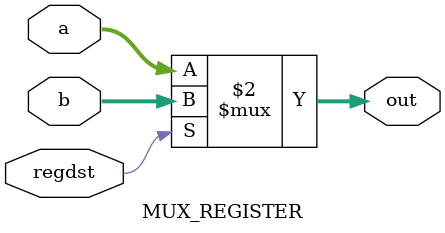
<source format=v>
`timescale 1ns / 1ps

module MUX_REGISTER(a,b,out,regdst); 
      input [4:0] a, b; 
		input regdst; 
		output [4:0] out; 
assign out = (regdst ==1'b0) ? a : b; 
endmodule 


</source>
